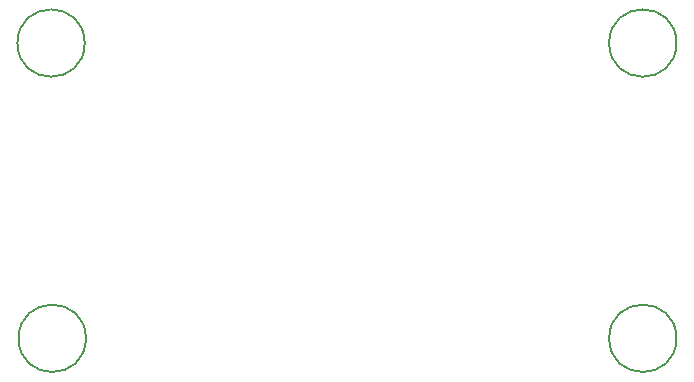
<source format=gbr>
%TF.GenerationSoftware,KiCad,Pcbnew,8.0.3*%
%TF.CreationDate,2024-06-22T22:44:29-05:00*%
%TF.ProjectId,RS485_breakout,52533438-355f-4627-9265-616b6f75742e,rev?*%
%TF.SameCoordinates,Original*%
%TF.FileFunction,Other,Comment*%
%FSLAX46Y46*%
G04 Gerber Fmt 4.6, Leading zero omitted, Abs format (unit mm)*
G04 Created by KiCad (PCBNEW 8.0.3) date 2024-06-22 22:44:29*
%MOMM*%
%LPD*%
G01*
G04 APERTURE LIST*
%ADD10C,0.150000*%
G04 APERTURE END LIST*
D10*
%TO.C,H1*%
X118750000Y-72500000D02*
G75*
G02*
X113050000Y-72500000I-2850000J0D01*
G01*
X113050000Y-72500000D02*
G75*
G02*
X118750000Y-72500000I2850000J0D01*
G01*
%TO.C,H4*%
X168850000Y-97500000D02*
G75*
G02*
X163150000Y-97500000I-2850000J0D01*
G01*
X163150000Y-97500000D02*
G75*
G02*
X168850000Y-97500000I2850000J0D01*
G01*
%TO.C,H2*%
X168850000Y-72500000D02*
G75*
G02*
X163150000Y-72500000I-2850000J0D01*
G01*
X163150000Y-72500000D02*
G75*
G02*
X168850000Y-72500000I2850000J0D01*
G01*
%TO.C,H3*%
X118850000Y-97500000D02*
G75*
G02*
X113150000Y-97500000I-2850000J0D01*
G01*
X113150000Y-97500000D02*
G75*
G02*
X118850000Y-97500000I2850000J0D01*
G01*
%TD*%
M02*

</source>
